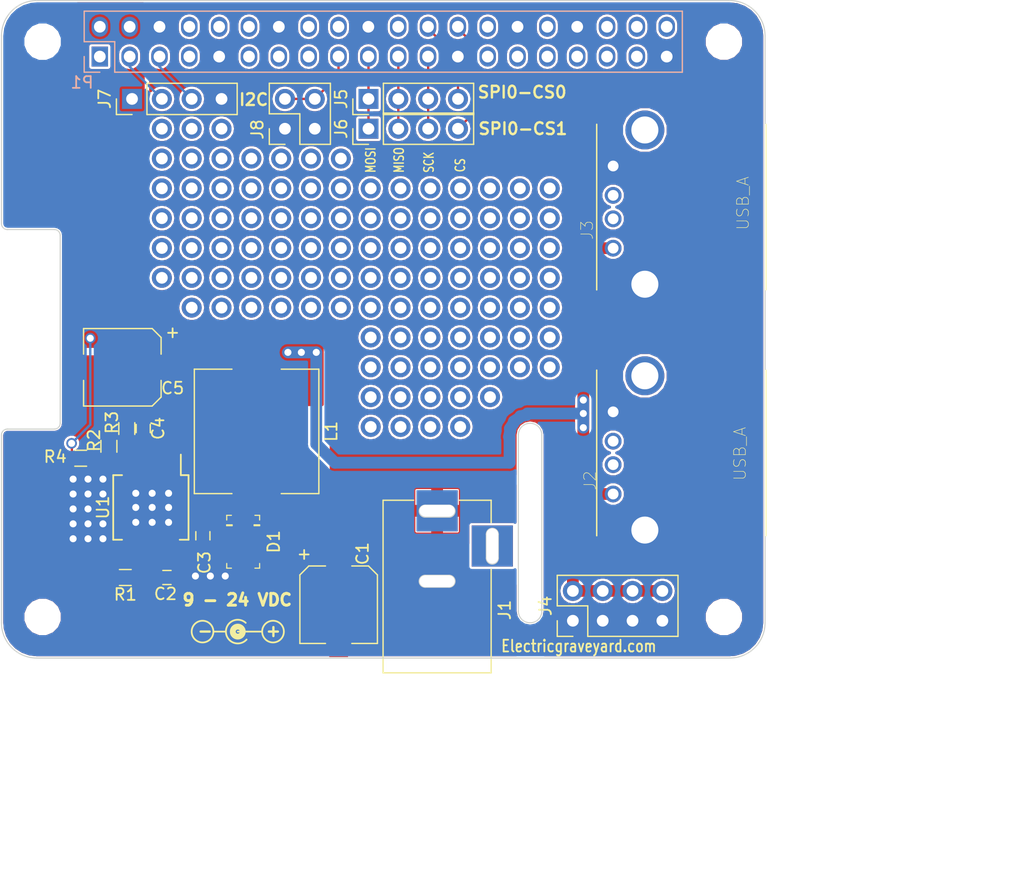
<source format=kicad_pcb>
(kicad_pcb (version 20171130) (host pcbnew "(5.0.2)-1")
  (title_block (date "15 nov 2012"))
  (layers (0 F.Cu signal) (31 B.Cu signal) (34 B.Paste user) (35 F.Paste user) (36 B.SilkS user) (37 F.SilkS user) (38 B.Mask user) (39 F.Mask user) (44 Edge.Cuts user))
  (net 0 "")
  (net 1 +3V3)
  (net 2 +5V)
  (net 3 GND)
  (net 4 /ID_SD)
  (net 5 /ID_SC)
  (net 6 /GPIO5)
  (net 7 /GPIO6)
  (net 8 /GPIO26)
  (net 9 "/GPIO2(SDA1)")
  (net 10 "/GPIO3(SCL1)")
  (net 11 "/GPIO4(GCLK)")
  (net 12 "/GPIO14(TXD0)")
  (net 13 "/GPIO15(RXD0)")
  (net 14 "/GPIO17(GEN0)")
  (net 15 "/GPIO27(GEN2)")
  (net 16 "/GPIO22(GEN3)")
  (net 17 "/GPIO23(GEN4)")
  (net 18 "/GPIO24(GEN5)")
  (net 19 "/GPIO25(GEN6)")
  (net 20 "/GPIO18(GEN1)(PWM0)")
  (net 21 "/GPIO10(SPI0_MOSI)")
  (net 22 "/GPIO9(SPI0_MISO)")
  (net 23 "/GPIO11(SPI0_SCK)")
  (net 24 "/GPIO12(PWM0)")
  (net 25 "/GPIO13(PWM1)")
  (net 26 "/GPIO19(SPI1_MISO)")
  (net 27 /GPIO16)
  (net 28 "/GPIO20(SPI1_MOSI)")
  (net 29 "/GPIO21(SPI1_SCK)")
  (net 30 "Net-(C1-Pad1)")
  (net 31 "Net-(C3-Pad1)")
  (net 32 "Net-(C3-Pad2)")
  (net 33 "Net-(C4-Pad2)")
  (net 34 "Net-(C4-Pad1)")
  (net 35 "Net-(J1-Pad3)")
  (net 36 "Net-(R1-Pad1)")
  (net 37 "Net-(R2-Pad1)")
  (net 38 VCC_EN)
  (net 39 "Net-(J2-Pad2)")
  (net 40 "Net-(J2-Pad3)")
  (net 41 "Net-(J3-Pad3)")
  (net 42 "Net-(J3-Pad2)")
  (net 43 /SPI0_CE_0)
  (net 44 /SPI0_CE_1)
  (module Wire_Pads:SolderWirePad_single_0-8mmDrill (layer F.Cu) (at 239.0525 130.315)
    (fp_text reference 0 hide)
    (fp_text value SolderWirePad_single_0-8mmDrill)
    (pad 1 thru_hole oval (at 0 0) (size 1.7 1.7) (drill 1) (layers *.Cu *.Mask))
  )
  (module Wire_Pads:SolderWirePad_single_0-8mmDrill (layer F.Cu) (at 231.4325 130.315)
    (fp_text reference 0 hide)
    (fp_text value SolderWirePad_single_0-8mmDrill)
    (pad 1 thru_hole oval (at 0 0) (size 1.7 1.7) (drill 1) (layers *.Cu *.Mask))
  )
  (module Wire_Pads:SolderWirePad_single_0-8mmDrill (layer F.Cu) (at 233.9725 130.315)
    (fp_text reference 0 hide)
    (fp_text value SolderWirePad_single_0-8mmDrill)
    (pad 1 thru_hole oval (at 0 0) (size 1.7 1.7) (drill 1) (layers *.Cu *.Mask))
  )
  (module Wire_Pads:SolderWirePad_single_0-8mmDrill (layer F.Cu) (at 236.5125 130.315)
    (fp_text reference 0 hide)
    (fp_text value SolderWirePad_single_0-8mmDrill)
    (pad 1 thru_hole oval (at 0 0) (size 1.7 1.7) (drill 1) (layers *.Cu *.Mask))
  )
  (module Wire_Pads:SolderWirePad_single_0-8mmDrill (layer F.Cu) (at 239.0525 127.775)
    (fp_text reference 0 hide)
    (fp_text value SolderWirePad_single_0-8mmDrill)
    (pad 1 thru_hole oval (at 0 0) (size 1.7 1.7) (drill 1) (layers *.Cu *.Mask))
  )
  (module Wire_Pads:SolderWirePad_single_0-8mmDrill (layer F.Cu) (at 233.9725 127.775)
    (fp_text reference 0 hide)
    (fp_text value SolderWirePad_single_0-8mmDrill)
    (pad 1 thru_hole oval (at 0 0) (size 1.7 1.7) (drill 1) (layers *.Cu *.Mask))
  )
  (module Wire_Pads:SolderWirePad_single_0-8mmDrill (layer F.Cu) (at 231.4325 127.775)
    (fp_text reference 0 hide)
    (fp_text value SolderWirePad_single_0-8mmDrill)
    (pad 1 thru_hole oval (at 0 0) (size 1.7 1.7) (drill 1) (layers *.Cu *.Mask))
  )
  (module Wire_Pads:SolderWirePad_single_0-8mmDrill (layer F.Cu) (at 236.5125 127.775)
    (fp_text reference 0 hide)
    (fp_text value SolderWirePad_single_0-8mmDrill)
    (pad 1 thru_hole oval (at 0 0) (size 1.7 1.7) (drill 1) (layers *.Cu *.Mask))
  )
  (module Wire_Pads:SolderWirePad_single_0-8mmDrill (layer F.Cu) (at 241.5925 127.775)
    (fp_text reference 0 hide)
    (fp_text value SolderWirePad_single_0-8mmDrill)
    (pad 1 thru_hole oval (at 0 0) (size 1.7 1.7) (drill 1) (layers *.Cu *.Mask))
  )
  (module Wire_Pads:SolderWirePad_single_0-8mmDrill (layer F.Cu) (at 233.9725 125.235)
    (fp_text reference 0 hide)
    (fp_text value SolderWirePad_single_0-8mmDrill)
    (pad 1 thru_hole oval (at 0 0) (size 1.7 1.7) (drill 1) (layers *.Cu *.Mask))
  )
  (module Wire_Pads:SolderWirePad_single_0-8mmDrill (layer F.Cu) (at 239.0525 125.235)
    (fp_text reference 0 hide)
    (fp_text value SolderWirePad_single_0-8mmDrill)
    (pad 1 thru_hole oval (at 0 0) (size 1.7 1.7) (drill 1) (layers *.Cu *.Mask))
  )
  (module Wire_Pads:SolderWirePad_single_0-8mmDrill (layer F.Cu) (at 233.9725 122.695)
    (fp_text reference 0 hide)
    (fp_text value SolderWirePad_single_0-8mmDrill)
    (pad 1 thru_hole oval (at 0 0) (size 1.7 1.7) (drill 1) (layers *.Cu *.Mask))
  )
  (module Wire_Pads:SolderWirePad_single_0-8mmDrill (layer F.Cu) (at 231.4325 125.235)
    (fp_text reference 0 hide)
    (fp_text value SolderWirePad_single_0-8mmDrill)
    (pad 1 thru_hole oval (at 0 0) (size 1.7 1.7) (drill 1) (layers *.Cu *.Mask))
  )
  (module Wire_Pads:SolderWirePad_single_0-8mmDrill (layer F.Cu) (at 246.6725 125.235)
    (fp_text reference 0 hide)
    (fp_text value SolderWirePad_single_0-8mmDrill)
    (pad 1 thru_hole oval (at 0 0) (size 1.7 1.7) (drill 1) (layers *.Cu *.Mask))
  )
  (module Wire_Pads:SolderWirePad_single_0-8mmDrill (layer F.Cu) (at 236.5125 125.235)
    (fp_text reference 0 hide)
    (fp_text value SolderWirePad_single_0-8mmDrill)
    (pad 1 thru_hole oval (at 0 0) (size 1.7 1.7) (drill 1) (layers *.Cu *.Mask))
  )
  (module Wire_Pads:SolderWirePad_single_0-8mmDrill (layer F.Cu) (at 244.1325 125.235)
    (fp_text reference 0 hide)
    (fp_text value SolderWirePad_single_0-8mmDrill)
    (pad 1 thru_hole oval (at 0 0) (size 1.7 1.7) (drill 1) (layers *.Cu *.Mask))
  )
  (module Wire_Pads:SolderWirePad_single_0-8mmDrill (layer F.Cu) (at 241.5925 125.235)
    (fp_text reference 0 hide)
    (fp_text value SolderWirePad_single_0-8mmDrill)
    (pad 1 thru_hole oval (at 0 0) (size 1.7 1.7) (drill 1) (layers *.Cu *.Mask))
  )
  (module Wire_Pads:SolderWirePad_single_0-8mmDrill (layer F.Cu) (at 239.0525 122.695)
    (fp_text reference 0 hide)
    (fp_text value SolderWirePad_single_0-8mmDrill)
    (pad 1 thru_hole oval (at 0 0) (size 1.7 1.7) (drill 1) (layers *.Cu *.Mask))
  )
  (module Wire_Pads:SolderWirePad_single_0-8mmDrill (layer F.Cu) (at 246.6725 122.695)
    (fp_text reference 0 hide)
    (fp_text value SolderWirePad_single_0-8mmDrill)
    (pad 1 thru_hole oval (at 0 0) (size 1.7 1.7) (drill 1) (layers *.Cu *.Mask))
  )
  (module Wire_Pads:SolderWirePad_single_0-8mmDrill (layer F.Cu) (at 236.5125 122.695)
    (fp_text reference 0 hide)
    (fp_text value SolderWirePad_single_0-8mmDrill)
    (pad 1 thru_hole oval (at 0 0) (size 1.7 1.7) (drill 1) (layers *.Cu *.Mask))
  )
  (module Wire_Pads:SolderWirePad_single_0-8mmDrill (layer F.Cu) (at 231.4325 122.695)
    (fp_text reference 0 hide)
    (fp_text value SolderWirePad_single_0-8mmDrill)
    (pad 1 thru_hole oval (at 0 0) (size 1.7 1.7) (drill 1) (layers *.Cu *.Mask))
  )
  (module Wire_Pads:SolderWirePad_single_0-8mmDrill (layer F.Cu) (at 241.5925 122.695)
    (fp_text reference 0 hide)
    (fp_text value SolderWirePad_single_0-8mmDrill)
    (pad 1 thru_hole oval (at 0 0) (size 1.7 1.7) (drill 1) (layers *.Cu *.Mask))
  )
  (module Wire_Pads:SolderWirePad_single_0-8mmDrill (layer F.Cu) (at 244.1325 122.695)
    (fp_text reference 0 hide)
    (fp_text value SolderWirePad_single_0-8mmDrill)
    (pad 1 thru_hole oval (at 0 0) (size 1.7 1.7) (drill 1) (layers *.Cu *.Mask))
  )
  (module Wire_Pads:SolderWirePad_single_0-8mmDrill (layer F.Cu) (at 233.9725 120.155)
    (fp_text reference 0 hide)
    (fp_text value SolderWirePad_single_0-8mmDrill)
    (pad 1 thru_hole oval (at 0 0) (size 1.7 1.7) (drill 1) (layers *.Cu *.Mask))
  )
  (module Wire_Pads:SolderWirePad_single_0-8mmDrill (layer F.Cu) (at 218.7325 120.155)
    (fp_text reference 0 hide)
    (fp_text value SolderWirePad_single_0-8mmDrill)
    (pad 1 thru_hole oval (at 0 0) (size 1.7 1.7) (drill 1) (layers *.Cu *.Mask))
  )
  (module Wire_Pads:SolderWirePad_single_0-8mmDrill (layer F.Cu) (at 239.0525 120.155)
    (fp_text reference 0 hide)
    (fp_text value SolderWirePad_single_0-8mmDrill)
    (pad 1 thru_hole oval (at 0 0) (size 1.7 1.7) (drill 1) (layers *.Cu *.Mask))
  )
  (module Wire_Pads:SolderWirePad_single_0-8mmDrill (layer F.Cu) (at 223.8125 120.155)
    (fp_text reference 0 hide)
    (fp_text value SolderWirePad_single_0-8mmDrill)
    (pad 1 thru_hole oval (at 0 0) (size 1.7 1.7) (drill 1) (layers *.Cu *.Mask))
  )
  (module Wire_Pads:SolderWirePad_single_0-8mmDrill (layer F.Cu) (at 221.2725 120.155)
    (fp_text reference 0 hide)
    (fp_text value SolderWirePad_single_0-8mmDrill)
    (pad 1 thru_hole oval (at 0 0) (size 1.7 1.7) (drill 1) (layers *.Cu *.Mask))
  )
  (module Wire_Pads:SolderWirePad_single_0-8mmDrill (layer F.Cu) (at 246.6725 120.155)
    (fp_text reference 0 hide)
    (fp_text value SolderWirePad_single_0-8mmDrill)
    (pad 1 thru_hole oval (at 0 0) (size 1.7 1.7) (drill 1) (layers *.Cu *.Mask))
  )
  (module Wire_Pads:SolderWirePad_single_0-8mmDrill (layer F.Cu) (at 228.8925 120.155)
    (fp_text reference 0 hide)
    (fp_text value SolderWirePad_single_0-8mmDrill)
    (pad 1 thru_hole oval (at 0 0) (size 1.7 1.7) (drill 1) (layers *.Cu *.Mask))
  )
  (module Wire_Pads:SolderWirePad_single_0-8mmDrill (layer F.Cu) (at 236.5125 120.155)
    (fp_text reference 0 hide)
    (fp_text value SolderWirePad_single_0-8mmDrill)
    (pad 1 thru_hole oval (at 0 0) (size 1.7 1.7) (drill 1) (layers *.Cu *.Mask))
  )
  (module Wire_Pads:SolderWirePad_single_0-8mmDrill (layer F.Cu) (at 231.4325 120.155)
    (fp_text reference 0 hide)
    (fp_text value SolderWirePad_single_0-8mmDrill)
    (pad 1 thru_hole oval (at 0 0) (size 1.7 1.7) (drill 1) (layers *.Cu *.Mask))
  )
  (module Wire_Pads:SolderWirePad_single_0-8mmDrill (layer F.Cu) (at 241.5925 120.155)
    (fp_text reference 0 hide)
    (fp_text value SolderWirePad_single_0-8mmDrill)
    (pad 1 thru_hole oval (at 0 0) (size 1.7 1.7) (drill 1) (layers *.Cu *.Mask))
  )
  (module Wire_Pads:SolderWirePad_single_0-8mmDrill (layer F.Cu) (at 244.1325 120.155)
    (fp_text reference 0 hide)
    (fp_text value SolderWirePad_single_0-8mmDrill)
    (pad 1 thru_hole oval (at 0 0) (size 1.7 1.7) (drill 1) (layers *.Cu *.Mask))
  )
  (module Wire_Pads:SolderWirePad_single_0-8mmDrill (layer F.Cu) (at 216.1925 120.155)
    (fp_text reference 0 hide)
    (fp_text value SolderWirePad_single_0-8mmDrill)
    (pad 1 thru_hole oval (at 0 0) (size 1.7 1.7) (drill 1) (layers *.Cu *.Mask))
  )
  (module Wire_Pads:SolderWirePad_single_0-8mmDrill (layer F.Cu) (at 226.3525 120.155)
    (fp_text reference 0 hide)
    (fp_text value SolderWirePad_single_0-8mmDrill)
    (pad 1 thru_hole oval (at 0 0) (size 1.7 1.7) (drill 1) (layers *.Cu *.Mask))
  )
  (module Wire_Pads:SolderWirePad_single_0-8mmDrill (layer F.Cu) (at 221.2725 117.615)
    (fp_text reference 0 hide)
    (fp_text value SolderWirePad_single_0-8mmDrill)
    (pad 1 thru_hole oval (at 0 0) (size 1.7 1.7) (drill 1) (layers *.Cu *.Mask))
  )
  (module Wire_Pads:SolderWirePad_single_0-8mmDrill (layer F.Cu) (at 239.0525 117.615)
    (fp_text reference 0 hide)
    (fp_text value SolderWirePad_single_0-8mmDrill)
    (pad 1 thru_hole oval (at 0 0) (size 1.7 1.7) (drill 1) (layers *.Cu *.Mask))
  )
  (module Wire_Pads:SolderWirePad_single_0-8mmDrill (layer F.Cu) (at 246.6725 117.615)
    (fp_text reference 0 hide)
    (fp_text value SolderWirePad_single_0-8mmDrill)
    (pad 1 thru_hole oval (at 0 0) (size 1.7 1.7) (drill 1) (layers *.Cu *.Mask))
  )
  (module Wire_Pads:SolderWirePad_single_0-8mmDrill (layer F.Cu) (at 244.1325 117.615)
    (fp_text reference 0 hide)
    (fp_text value SolderWirePad_single_0-8mmDrill)
    (pad 1 thru_hole oval (at 0 0) (size 1.7 1.7) (drill 1) (layers *.Cu *.Mask))
  )
  (module Wire_Pads:SolderWirePad_single_0-8mmDrill (layer F.Cu) (at 241.5925 117.615)
    (fp_text reference 0 hide)
    (fp_text value SolderWirePad_single_0-8mmDrill)
    (pad 1 thru_hole oval (at 0 0) (size 1.7 1.7) (drill 1) (layers *.Cu *.Mask))
  )
  (module Wire_Pads:SolderWirePad_single_0-8mmDrill (layer F.Cu) (at 236.5125 117.615)
    (fp_text reference 0 hide)
    (fp_text value SolderWirePad_single_0-8mmDrill)
    (pad 1 thru_hole oval (at 0 0) (size 1.7 1.7) (drill 1) (layers *.Cu *.Mask))
  )
  (module Wire_Pads:SolderWirePad_single_0-8mmDrill (layer F.Cu) (at 213.6525 117.615)
    (fp_text reference 0 hide)
    (fp_text value SolderWirePad_single_0-8mmDrill)
    (pad 1 thru_hole oval (at 0 0) (size 1.7 1.7) (drill 1) (layers *.Cu *.Mask))
  )
  (module Wire_Pads:SolderWirePad_single_0-8mmDrill (layer F.Cu) (at 228.8925 117.615)
    (fp_text reference 0 hide)
    (fp_text value SolderWirePad_single_0-8mmDrill)
    (pad 1 thru_hole oval (at 0 0) (size 1.7 1.7) (drill 1) (layers *.Cu *.Mask))
  )
  (module Wire_Pads:SolderWirePad_single_0-8mmDrill (layer F.Cu) (at 223.8125 117.615)
    (fp_text reference 0 hide)
    (fp_text value SolderWirePad_single_0-8mmDrill)
    (pad 1 thru_hole oval (at 0 0) (size 1.7 1.7) (drill 1) (layers *.Cu *.Mask))
  )
  (module Wire_Pads:SolderWirePad_single_0-8mmDrill (layer F.Cu) (at 218.7325 117.615)
    (fp_text reference 0 hide)
    (fp_text value SolderWirePad_single_0-8mmDrill)
    (pad 1 thru_hole oval (at 0 0) (size 1.7 1.7) (drill 1) (layers *.Cu *.Mask))
  )
  (module Wire_Pads:SolderWirePad_single_0-8mmDrill (layer F.Cu) (at 246.6725 115.075)
    (fp_text reference 0 hide)
    (fp_text value SolderWirePad_single_0-8mmDrill)
    (pad 1 thru_hole oval (at 0 0) (size 1.7 1.7) (drill 1) (layers *.Cu *.Mask))
  )
  (module Wire_Pads:SolderWirePad_single_0-8mmDrill (layer F.Cu) (at 216.1925 117.615)
    (fp_text reference 0 hide)
    (fp_text value SolderWirePad_single_0-8mmDrill)
    (pad 1 thru_hole oval (at 0 0) (size 1.7 1.7) (drill 1) (layers *.Cu *.Mask))
  )
  (module Wire_Pads:SolderWirePad_single_0-8mmDrill (layer F.Cu) (at 231.4325 117.615)
    (fp_text reference 0 hide)
    (fp_text value SolderWirePad_single_0-8mmDrill)
    (pad 1 thru_hole oval (at 0 0) (size 1.7 1.7) (drill 1) (layers *.Cu *.Mask))
  )
  (module Wire_Pads:SolderWirePad_single_0-8mmDrill (layer F.Cu) (at 233.9725 117.615)
    (fp_text reference 0 hide)
    (fp_text value SolderWirePad_single_0-8mmDrill)
    (pad 1 thru_hole oval (at 0 0) (size 1.7 1.7) (drill 1) (layers *.Cu *.Mask))
  )
  (module Wire_Pads:SolderWirePad_single_0-8mmDrill (layer F.Cu) (at 239.0525 115.075)
    (fp_text reference 0 hide)
    (fp_text value SolderWirePad_single_0-8mmDrill)
    (pad 1 thru_hole oval (at 0 0) (size 1.7 1.7) (drill 1) (layers *.Cu *.Mask))
  )
  (module Wire_Pads:SolderWirePad_single_0-8mmDrill (layer F.Cu) (at 244.1325 115.075)
    (fp_text reference 0 hide)
    (fp_text value SolderWirePad_single_0-8mmDrill)
    (pad 1 thru_hole oval (at 0 0) (size 1.7 1.7) (drill 1) (layers *.Cu *.Mask))
  )
  (module Wire_Pads:SolderWirePad_single_0-8mmDrill (layer F.Cu) (at 241.5925 115.075)
    (fp_text reference 0 hide)
    (fp_text value SolderWirePad_single_0-8mmDrill)
    (pad 1 thru_hole oval (at 0 0) (size 1.7 1.7) (drill 1) (layers *.Cu *.Mask))
  )
  (module Wire_Pads:SolderWirePad_single_0-8mmDrill (layer F.Cu) (at 236.5125 115.075)
    (fp_text reference 0 hide)
    (fp_text value SolderWirePad_single_0-8mmDrill)
    (pad 1 thru_hole oval (at 0 0) (size 1.7 1.7) (drill 1) (layers *.Cu *.Mask))
  )
  (module Wire_Pads:SolderWirePad_single_0-8mmDrill (layer F.Cu) (at 221.2725 115.075)
    (fp_text reference 0 hide)
    (fp_text value SolderWirePad_single_0-8mmDrill)
    (pad 1 thru_hole oval (at 0 0) (size 1.7 1.7) (drill 1) (layers *.Cu *.Mask))
  )
  (module Wire_Pads:SolderWirePad_single_0-8mmDrill (layer F.Cu) (at 213.6525 115.075)
    (fp_text reference 0 hide)
    (fp_text value SolderWirePad_single_0-8mmDrill)
    (pad 1 thru_hole oval (at 0 0) (size 1.7 1.7) (drill 1) (layers *.Cu *.Mask))
  )
  (module Wire_Pads:SolderWirePad_single_0-8mmDrill (layer F.Cu) (at 228.8925 115.075)
    (fp_text reference 0 hide)
    (fp_text value SolderWirePad_single_0-8mmDrill)
    (pad 1 thru_hole oval (at 0 0) (size 1.7 1.7) (drill 1) (layers *.Cu *.Mask))
  )
  (module Wire_Pads:SolderWirePad_single_0-8mmDrill (layer F.Cu) (at 226.3525 115.075)
    (fp_text reference 0 hide)
    (fp_text value SolderWirePad_single_0-8mmDrill)
    (pad 1 thru_hole oval (at 0 0) (size 1.7 1.7) (drill 1) (layers *.Cu *.Mask))
  )
  (module Wire_Pads:SolderWirePad_single_0-8mmDrill (layer F.Cu) (at 223.8125 115.075)
    (fp_text reference 0 hide)
    (fp_text value SolderWirePad_single_0-8mmDrill)
    (pad 1 thru_hole oval (at 0 0) (size 1.7 1.7) (drill 1) (layers *.Cu *.Mask))
  )
  (module Wire_Pads:SolderWirePad_single_0-8mmDrill (layer F.Cu) (at 218.7325 115.075)
    (fp_text reference 0 hide)
    (fp_text value SolderWirePad_single_0-8mmDrill)
    (pad 1 thru_hole oval (at 0 0) (size 1.7 1.7) (drill 1) (layers *.Cu *.Mask))
  )
  (module Wire_Pads:SolderWirePad_single_0-8mmDrill (layer F.Cu) (at 216.1925 115.075)
    (fp_text reference 0 hide)
    (fp_text value SolderWirePad_single_0-8mmDrill)
    (pad 1 thru_hole oval (at 0 0) (size 1.7 1.7) (drill 1) (layers *.Cu *.Mask))
  )
  (module Wire_Pads:SolderWirePad_single_0-8mmDrill (layer F.Cu) (at 226.3525 117.615)
    (fp_text reference 0 hide)
    (fp_text value SolderWirePad_single_0-8mmDrill)
    (pad 1 thru_hole oval (at 0 0) (size 1.7 1.7) (drill 1) (layers *.Cu *.Mask))
  )
  (module Wire_Pads:SolderWirePad_single_0-8mmDrill (layer F.Cu) (at 231.4325 115.075)
    (fp_text reference 0 hide)
    (fp_text value SolderWirePad_single_0-8mmDrill)
    (pad 1 thru_hole oval (at 0 0) (size 1.7 1.7) (drill 1) (layers *.Cu *.Mask))
  )
  (module Wire_Pads:SolderWirePad_single_0-8mmDrill (layer F.Cu) (at 233.9725 115.075)
    (fp_text reference 0 hide)
    (fp_text value SolderWirePad_single_0-8mmDrill)
    (pad 1 thru_hole oval (at 0 0) (size 1.7 1.7) (drill 1) (layers *.Cu *.Mask))
  )
  (module Wire_Pads:SolderWirePad_single_0-8mmDrill (layer F.Cu) (at 246.6725 112.535)
    (fp_text reference 0 hide)
    (fp_text value SolderWirePad_single_0-8mmDrill)
    (pad 1 thru_hole oval (at 0 0) (size 1.7 1.7) (drill 1) (layers *.Cu *.Mask))
  )
  (module Wire_Pads:SolderWirePad_single_0-8mmDrill (layer F.Cu) (at 239.0525 112.535)
    (fp_text reference 0 hide)
    (fp_text value SolderWirePad_single_0-8mmDrill)
    (pad 1 thru_hole oval (at 0 0) (size 1.7 1.7) (drill 1) (layers *.Cu *.Mask))
  )
  (module Wire_Pads:SolderWirePad_single_0-8mmDrill (layer F.Cu) (at 244.1325 112.535)
    (fp_text reference 0 hide)
    (fp_text value SolderWirePad_single_0-8mmDrill)
    (pad 1 thru_hole oval (at 0 0) (size 1.7 1.7) (drill 1) (layers *.Cu *.Mask))
  )
  (module Wire_Pads:SolderWirePad_single_0-8mmDrill (layer F.Cu) (at 241.5925 112.535)
    (fp_text reference 0 hide)
    (fp_text value SolderWirePad_single_0-8mmDrill)
    (pad 1 thru_hole oval (at 0 0) (size 1.7 1.7) (drill 1) (layers *.Cu *.Mask))
  )
  (module Wire_Pads:SolderWirePad_single_0-8mmDrill (layer F.Cu) (at 236.5125 112.535)
    (fp_text reference 0 hide)
    (fp_text value SolderWirePad_single_0-8mmDrill)
    (pad 1 thru_hole oval (at 0 0) (size 1.7 1.7) (drill 1) (layers *.Cu *.Mask))
  )
  (module Wire_Pads:SolderWirePad_single_0-8mmDrill (layer F.Cu) (at 221.2725 112.535)
    (fp_text reference 0 hide)
    (fp_text value SolderWirePad_single_0-8mmDrill)
    (pad 1 thru_hole oval (at 0 0) (size 1.7 1.7) (drill 1) (layers *.Cu *.Mask))
  )
  (module Wire_Pads:SolderWirePad_single_0-8mmDrill (layer F.Cu) (at 213.6525 112.535)
    (fp_text reference 0 hide)
    (fp_text value SolderWirePad_single_0-8mmDrill)
    (pad 1 thru_hole oval (at 0 0) (size 1.7 1.7) (drill 1) (layers *.Cu *.Mask))
  )
  (module Wire_Pads:SolderWirePad_single_0-8mmDrill (layer F.Cu) (at 228.8925 112.535)
    (fp_text reference 0 hide)
    (fp_text value SolderWirePad_single_0-8mmDrill)
    (pad 1 thru_hole oval (at 0 0) (size 1.7 1.7) (drill 1) (layers *.Cu *.Mask))
  )
  (module Wire_Pads:SolderWirePad_single_0-8mmDrill (layer F.Cu) (at 226.3525 112.535)
    (fp_text reference 0 hide)
    (fp_text value SolderWirePad_single_0-8mmDrill)
    (pad 1 thru_hole oval (at 0 0) (size 1.7 1.7) (drill 1) (layers *.Cu *.Mask))
  )
  (module Wire_Pads:SolderWirePad_single_0-8mmDrill (layer F.Cu) (at 223.8125 112.535)
    (fp_text reference 0 hide)
    (fp_text value SolderWirePad_single_0-8mmDrill)
    (pad 1 thru_hole oval (at 0 0) (size 1.7 1.7) (drill 1) (layers *.Cu *.Mask))
  )
  (module Wire_Pads:SolderWirePad_single_0-8mmDrill (layer F.Cu) (at 218.7325 112.535)
    (fp_text reference 0 hide)
    (fp_text value SolderWirePad_single_0-8mmDrill)
    (pad 1 thru_hole oval (at 0 0) (size 1.7 1.7) (drill 1) (layers *.Cu *.Mask))
  )
  (module Wire_Pads:SolderWirePad_single_0-8mmDrill (layer F.Cu) (at 216.1925 112.535)
    (fp_text reference 0 hide)
    (fp_text value SolderWirePad_single_0-8mmDrill)
    (pad 1 thru_hole oval (at 0 0) (size 1.7 1.7) (drill 1) (layers *.Cu *.Mask))
  )
  (module Wire_Pads:SolderWirePad_single_0-8mmDrill (layer F.Cu) (at 231.4325 112.535)
    (fp_text reference 0 hide)
    (fp_text value SolderWirePad_single_0-8mmDrill)
    (pad 1 thru_hole oval (at 0 0) (size 1.7 1.7) (drill 1) (layers *.Cu *.Mask))
  )
  (module Wire_Pads:SolderWirePad_single_0-8mmDrill (layer F.Cu) (at 233.9725 112.535)
    (fp_text reference 0 hide)
    (fp_text value SolderWirePad_single_0-8mmDrill)
    (pad 1 thru_hole oval (at 0 0) (size 1.7 1.7) (drill 1) (layers *.Cu *.Mask))
  )
  (module Wire_Pads:SolderWirePad_single_0-8mmDrill (layer F.Cu) (at 239.0525 109.995)
    (fp_text reference 0 hide)
    (fp_text value SolderWirePad_single_0-8mmDrill)
    (pad 1 thru_hole oval (at 0 0) (size 1.7 1.7) (drill 1) (layers *.Cu *.Mask))
  )
  (module Wire_Pads:SolderWirePad_single_0-8mmDrill (layer F.Cu) (at 231.4325 109.995)
    (fp_text reference 0 hide)
    (fp_text value SolderWirePad_single_0-8mmDrill)
    (pad 1 thru_hole oval (at 0 0) (size 1.7 1.7) (drill 1) (layers *.Cu *.Mask))
  )
  (module Wire_Pads:SolderWirePad_single_0-8mmDrill (layer F.Cu) (at 246.6725 109.995)
    (fp_text reference 0 hide)
    (fp_text value SolderWirePad_single_0-8mmDrill)
    (pad 1 thru_hole oval (at 0 0) (size 1.7 1.7) (drill 1) (layers *.Cu *.Mask))
  )
  (module Wire_Pads:SolderWirePad_single_0-8mmDrill (layer F.Cu) (at 244.1325 109.995)
    (fp_text reference 0 hide)
    (fp_text value SolderWirePad_single_0-8mmDrill)
    (pad 1 thru_hole oval (at 0 0) (size 1.7 1.7) (drill 1) (layers *.Cu *.Mask))
  )
  (module Wire_Pads:SolderWirePad_single_0-8mmDrill (layer F.Cu) (at 241.5925 109.995)
    (fp_text reference 0 hide)
    (fp_text value SolderWirePad_single_0-8mmDrill)
    (pad 1 thru_hole oval (at 0 0) (size 1.7 1.7) (drill 1) (layers *.Cu *.Mask))
  )
  (module Wire_Pads:SolderWirePad_single_0-8mmDrill (layer F.Cu) (at 236.5125 109.995)
    (fp_text reference 0 hide)
    (fp_text value SolderWirePad_single_0-8mmDrill)
    (pad 1 thru_hole oval (at 0 0) (size 1.7 1.7) (drill 1) (layers *.Cu *.Mask))
  )
  (module Wire_Pads:SolderWirePad_single_0-8mmDrill (layer F.Cu) (at 233.9725 109.995)
    (fp_text reference 0 hide)
    (fp_text value SolderWirePad_single_0-8mmDrill)
    (pad 1 thru_hole oval (at 0 0) (size 1.7 1.7) (drill 1) (layers *.Cu *.Mask))
  )
  (module Wire_Pads:SolderWirePad_single_0-8mmDrill (layer F.Cu) (at 223.8125 109.995)
    (fp_text reference 0 hide)
    (fp_text value SolderWirePad_single_0-8mmDrill)
    (pad 1 thru_hole oval (at 0 0) (size 1.7 1.7) (drill 1) (layers *.Cu *.Mask))
  )
  (module Wire_Pads:SolderWirePad_single_0-8mmDrill (layer F.Cu) (at 213.6525 109.995)
    (fp_text reference 0 hide)
    (fp_text value SolderWirePad_single_0-8mmDrill)
    (pad 1 thru_hole oval (at 0 0) (size 1.7 1.7) (drill 1) (layers *.Cu *.Mask))
  )
  (module Wire_Pads:SolderWirePad_single_0-8mmDrill (layer F.Cu) (at 221.2725 109.995)
    (fp_text reference 0 hide)
    (fp_text value SolderWirePad_single_0-8mmDrill)
    (pad 1 thru_hole oval (at 0 0) (size 1.7 1.7) (drill 1) (layers *.Cu *.Mask))
  )
  (module Wire_Pads:SolderWirePad_single_0-8mmDrill (layer F.Cu) (at 218.7325 109.995)
    (fp_text reference 0 hide)
    (fp_text value SolderWirePad_single_0-8mmDrill)
    (pad 1 thru_hole oval (at 0 0) (size 1.7 1.7) (drill 1) (layers *.Cu *.Mask))
  )
  (module Wire_Pads:SolderWirePad_single_0-8mmDrill (layer F.Cu) (at 216.1925 109.995)
    (fp_text reference 0 hide)
    (fp_text value SolderWirePad_single_0-8mmDrill)
    (pad 1 thru_hole oval (at 0 0) (size 1.7 1.7) (drill 1) (layers *.Cu *.Mask))
  )
  (module Wire_Pads:SolderWirePad_single_0-8mmDrill (layer F.Cu) (at 228.8925 109.995)
    (fp_text reference 0 hide)
    (fp_text value SolderWirePad_single_0-8mmDrill)
    (pad 1 thru_hole oval (at 0 0) (size 1.7 1.7) (drill 1) (layers *.Cu *.Mask))
  )
  (module Wire_Pads:SolderWirePad_single_0-8mmDrill (layer F.Cu) (at 226.3525 109.995)
    (fp_text reference 0 hide)
    (fp_text value SolderWirePad_single_0-8mmDrill)
    (pad 1 thru_hole oval (at 0 0) (size 1.7 1.7) (drill 1) (layers *.Cu *.Mask))
  )
  (module Wire_Pads:SolderWirePad_single_0-8mmDrill (layer F.Cu) (at 228.8925 107.455)
    (fp_text reference 0 hide)
    (fp_text value SolderWirePad_single_0-8mmDrill)
    (pad 1 thru_hole oval (at 0 0) (size 1.7 1.7) (drill 1) (layers *.Cu *.Mask))
  )
  (module Wire_Pads:SolderWirePad_single_0-8mmDrill (layer F.Cu) (at 221.2725 107.455)
    (fp_text reference 0 hide)
    (fp_text value SolderWirePad_single_0-8mmDrill)
    (pad 1 thru_hole oval (at 0 0) (size 1.7 1.7) (drill 1) (layers *.Cu *.Mask))
  )
  (module Wire_Pads:SolderWirePad_single_0-8mmDrill (layer F.Cu) (at 226.3525 107.455)
    (fp_text reference 0 hide)
    (fp_text value SolderWirePad_single_0-8mmDrill)
    (pad 1 thru_hole oval (at 0 0) (size 1.7 1.7) (drill 1) (layers *.Cu *.Mask))
  )
  (module Wire_Pads:SolderWirePad_single_0-8mmDrill (layer F.Cu) (at 223.8125 107.455)
    (fp_text reference 0 hide)
    (fp_text value SolderWirePad_single_0-8mmDrill)
    (pad 1 thru_hole oval (at 0 0) (size 1.7 1.7) (drill 1) (layers *.Cu *.Mask))
  )
  (module Wire_Pads:SolderWirePad_single_0-8mmDrill (layer F.Cu) (at 218.7325 107.455)
    (fp_text reference 0 hide)
    (fp_text value SolderWirePad_single_0-8mmDrill)
    (pad 1 thru_hole oval (at 0 0) (size 1.7 1.7) (drill 1) (layers *.Cu *.Mask))
  )
  (module Wire_Pads:SolderWirePad_single_0-8mmDrill (layer F.Cu) (at 216.1925 107.455)
    (fp_text reference 0 hide)
    (fp_text value SolderWirePad_single_0-8mmDrill)
    (pad 1 thru_hole oval (at 0 0) (size 1.7 1.7) (drill 1) (layers *.Cu *.Mask))
  )
  (module Wire_Pads:SolderWirePad_single_0-8mmDrill (layer F.Cu) (at 213.6525 107.455)
    (fp_text reference 0 hide)
    (fp_text value SolderWirePad_single_0-8mmDrill)
    (pad 1 thru_hole oval (at 0 0) (size 1.7 1.7) (drill 1) (layers *.Cu *.Mask))
  )
  (module Wire_Pads:SolderWirePad_single_0-8mmDrill (layer F.Cu) (at 218.7325 104.915)
    (fp_text reference 0 hide)
    (fp_text value SolderWirePad_single_0-8mmDrill)
    (pad 1 thru_hole oval (at 0 0) (size 1.7 1.7) (drill 1) (layers *.Cu *.Mask))
  )
  (module Wire_Pads:SolderWirePad_single_0-8mmDrill (layer F.Cu) (at 216.1925 104.915)
    (fp_text reference 0 hide)
    (fp_text value SolderWirePad_single_0-8mmDrill)
    (pad 1 thru_hole oval (at 0 0) (size 1.7 1.7) (drill 1) (layers *.Cu *.Mask))
  )
  (module Connector_PinSocket_2.54mm:PinSocket_2x20_P2.54mm_Vertical (layer B.Cu) (at 208.37 98.77 270)
    (fp_text reference P1 (at 2.208 1.512) (layer B.SilkS) (effects (justify mirror)))
    (fp_text value Conn_02x20_Odd_Even)
    (pad 1 thru_hole rect (at 0 0 270) (size 1.7 1.4) (drill 1) (layers *.Cu *.Mask) (net 1 +3V3))
    (pad 2 thru_hole oval (at -2.54 0 270) (size 1.7 1.4) (drill 1) (layers *.Cu *.Mask) (net 2 +5V))
    (pad 3 thru_hole oval (at 0 -2.54 270) (size 1.7 1.4) (drill 1) (layers *.Cu *.Mask) (net 9 "/GPIO2(SDA1)"))
    (pad 4 thru_hole oval (at -2.54 -2.54 270) (size 1.7 1.4) (drill 1) (layers *.Cu *.Mask) (net 2 +5V))
    (pad 5 thru_hole oval (at 0 -5.08 270) (size 1.7 1.4) (drill 1) (layers *.Cu *.Mask) (net 10 "/GPIO3(SCL1)"))
    (pad 6 thru_hole oval (at -2.54 -5.08 270) (size 1.7 1.4) (drill 1) (layers *.Cu *.Mask) (net 3 GND))
    (pad 7 thru_hole oval (at 0 -7.62 270) (size 1.7 1.4) (drill 1) (layers *.Cu *.Mask) (net 11 "/GPIO4(GCLK)"))
    (pad 8 thru_hole oval (at -2.54 -7.62 270) (size 1.7 1.4) (drill 1) (layers *.Cu *.Mask) (net 12 "/GPIO14(TXD0)"))
    (pad 9 thru_hole oval (at 0 -10.16 270) (size 1.7 1.4) (drill 1) (layers *.Cu *.Mask) (net 3 GND))
    (pad 10 thru_hole oval (at -2.54 -10.16 270) (size 1.7 1.4) (drill 1) (layers *.Cu *.Mask) (net 13 "/GPIO15(RXD0)"))
    (pad 11 thru_hole oval (at 0 -12.7 270) (size 1.7 1.4) (drill 1) (layers *.Cu *.Mask) (net 14 "/GPIO17(GEN0)"))
    (pad 12 thru_hole oval (at -2.54 -12.7 270) (size 1.7 1.4) (drill 1) (layers *.Cu *.Mask) (net 20 "/GPIO18(GEN1)(PWM0)"))
    (pad 13 thru_hole oval (at 0 -15.24 270) (size 1.7 1.4) (drill 1) (layers *.Cu *.Mask) (net 15 "/GPIO27(GEN2)"))
    (pad 14 thru_hole oval (at -2.54 -15.24 270) (size 1.7 1.4) (drill 1) (layers *.Cu *.Mask) (net 3 GND))
    (pad 15 thru_hole oval (at 0 -17.78 270) (size 1.7 1.4) (drill 1) (layers *.Cu *.Mask) (net 16 "/GPIO22(GEN3)"))
    (pad 16 thru_hole oval (at -2.54 -17.78 270) (size 1.7 1.4) (drill 1) (layers *.Cu *.Mask) (net 17 "/GPIO23(GEN4)"))
    (pad 17 thru_hole oval (at 0 -20.32 270) (size 1.7 1.4) (drill 1) (layers *.Cu *.Mask) (net 1 +3V3))
    (pad 18 thru_hole oval (at -2.54 -20.32 270) (size 1.7 1.4) (drill 1) (layers *.Cu *.Mask) (net 18 "/GPIO24(GEN5)"))
    (pad 19 thru_hole oval (at 0 -22.86 270) (size 1.7 1.4) (drill 1) (layers *.Cu *.Mask) (net 21 "/GPIO10(SPI0_MOSI)"))
    (pad 20 thru_hole oval (at -2.54 -22.86 270) (size 1.7 1.4) (drill 1) (layers *.Cu *.Mask) (net 3 GND))
    (pad 21 thru_hole oval (at 0 -25.4 270) (size 1.7 1.4) (drill 1) (layers *.Cu *.Mask) (net 22 "/GPIO9(SPI0_MISO)"))
    (pad 22 thru_hole oval (at -2.54 -25.4 270) (size 1.7 1.4) (drill 1) (layers *.Cu *.Mask) (net 19 "/GPIO25(GEN6)"))
    (pad 23 thru_hole oval (at 0 -27.94 270) (size 1.7 1.4) (drill 1) (layers *.Cu *.Mask) (net 23 "/GPIO11(SPI0_SCK)"))
    (pad 24 thru_hole oval (at -2.54 -27.94 270) (size 1.7 1.4) (drill 1) (layers *.Cu *.Mask) (net 43 /SPI0_CE_0))
    (pad 25 thru_hole oval (at 0 -30.48 270) (size 1.7 1.4) (drill 1) (layers *.Cu *.Mask) (net 3 GND))
    (pad 26 thru_hole oval (at -2.54 -30.48 270) (size 1.7 1.4) (drill 1) (layers *.Cu *.Mask) (net 44 /SPI0_CE_1))
    (pad 27 thru_hole oval (at 0 -33.02 270) (size 1.7 1.4) (drill 1) (layers *.Cu *.Mask) (net 4 /ID_SD))
    (pad 28 thru_hole oval (at -2.54 -33.02 270) (size 1.7 1.4) (drill 1) (layers *.Cu *.Mask) (net 5 /ID_SC))
    (pad 29 thru_hole oval (at 0 -35.56 270) (size 1.7 1.4) (drill 1) (layers *.Cu *.Mask) (net 6 /GPIO5))
    (pad 30 thru_hole oval (at -2.54 -35.56 270) (size 1.7 1.4) (drill 1) (layers *.Cu *.Mask) (net 3 GND))
    (pad 31 thru_hole oval (at 0 -38.1 270) (size 1.7 1.4) (drill 1) (layers *.Cu *.Mask) (net 7 /GPIO6))
    (pad 32 thru_hole oval (at -2.54 -38.1 270) (size 1.7 1.4) (drill 1) (layers *.Cu *.Mask) (net 24 "/GPIO12(PWM0)"))
    (pad 33 thru_hole oval (at 0 -40.64 270) (size 1.7 1.4) (drill 1) (layers *.Cu *.Mask) (net 25 "/GPIO13(PWM1)"))
    (pad 34 thru_hole oval (at -2.54 -40.64 270) (size 1.7 1.4) (drill 1) (layers *.Cu *.Mask) (net 3 GND))
    (pad 35 thru_hole oval (at 0 -43.18 270) (size 1.7 1.4) (drill 1) (layers *.Cu *.Mask) (net 26 "/GPIO19(SPI1_MISO)"))
    (pad 36 thru_hole oval (at -2.54 -43.18 270) (size 1.7 1.4) (drill 1) (layers *.Cu *.Mask) (net 27 /GPIO16))
    (pad 37 thru_hole oval (at 0 -45.72 270) (size 1.7 1.4) (drill 1) (layers *.Cu *.Mask) (net 8 /GPIO26))
    (pad 38 thru_hole oval (at -2.54 -45.72 270) (size 1.7 1.4) (drill 1) (layers *.Cu *.Mask) (net 28 "/GPIO20(SPI1_MOSI)"))
    (pad 39 thru_hole oval (at 0 -48.26 270) (size 1.7 1.4) (drill 1) (layers *.Cu *.Mask) (net 3 GND))
    (pad 40 thru_hole oval (at -2.54 -48.26 270) (size 1.7 1.4) (drill 1) (layers *.Cu *.Mask) (net 29 "/GPIO21(SPI1_SCK)"))
  )
  (module MountingHole:MountingHole_2.7mm_M2.5 (layer F.Cu) (at 261.5 146.5)
    (fp_text reference MK4 hide)
    (fp_text value M2.5)
    (pad 1 np_thru_hole circle (at 0 0) (size 2.7 2.7) (drill 2.7) (layers *.Cu *.Mask))
  )
  (module MountingHole:MountingHole_2.7mm_M2.5 (layer F.Cu) (at 203.5 146.5)
    (fp_text reference MK3 hide)
    (fp_text value M2.5)
    (pad 1 np_thru_hole circle (at 0 0) (size 2.7 2.7) (drill 2.7) (layers *.Cu *.Mask))
  )
  (module MountingHole:MountingHole_2.7mm_M2.5 (layer F.Cu) (at 261.5 97.5 180)
    (fp_text reference MK2 hide)
    (fp_text value M2.5)
    (pad 1 np_thru_hole circle (at 0 0 180) (size 2.7 2.7) (drill 2.7) (layers *.Cu *.Mask))
  )
  (module MountingHole:MountingHole_2.7mm_M2.5 (layer F.Cu) (at 203.5 97.5 180)
    (fp_text reference MK1 hide)
    (fp_text value M2.5)
    (pad 1 np_thru_hole circle (at 0 0 180) (size 2.7 2.7) (drill 2.7) (layers *.Cu *.Mask))
  )
  (module Capacitors_SMD:C_0603 (layer F.Cu) (at 214.085 143.142)
    (fp_text reference C2 (at -0.127 1.397) (layer F.SilkS))
    (fp_text value 100nF)
    (pad 1 smd rect (at -0.75 0) (size 0.8 0.75) (layers F.Cu F.Paste F.Mask) (net 30 "Net-(C1-Pad1)"))
    (pad 2 smd rect (at 0.75 0) (size 0.8 0.75) (layers F.Cu F.Paste F.Mask) (net 3 GND))
  )
  (module Capacitors_SMD:C_0603 (layer F.Cu) (at 217.145 139.586 270)
    (fp_text reference C3 (at 2.286 -0.127 270) (layer F.SilkS))
    (fp_text value 100nF)
    (pad 1 smd rect (at -0.75 0 270) (size 0.8 0.75) (layers F.Cu F.Paste F.Mask) (net 31 "Net-(C3-Pad1)"))
    (pad 2 smd rect (at 0.75 0 270) (size 0.8 0.75) (layers F.Cu F.Paste F.Mask) (net 32 "Net-(C3-Pad2)"))
  )
  (module Capacitors_SMD:C_0603 (layer F.Cu) (at 212.065 130.454 90)
    (fp_text reference C4 (at 0.012 1.27 90) (layer F.SilkS))
    (fp_text value 150pF)
    (pad 2 smd rect (at 0.75 0 90) (size 0.8 0.75) (layers F.Cu F.Paste F.Mask) (net 33 "Net-(C4-Pad2)"))
    (pad 1 smd rect (at -0.75 0 90) (size 0.8 0.75) (layers F.Cu F.Paste F.Mask) (net 34 "Net-(C4-Pad1)"))
  )
  (module Connectors:BARREL_JACK (layer F.Cu) (at 237.084 137.4595 90)
    (fp_text reference J1 (at -8.45 5.75 270) (layer F.SilkS))
    (fp_text value Barrel_Jack_Switch)
    (pad 3 thru_hole rect (at -3 4.7 90) (size 3.5 3.5) (drill oval 3 1) (layers *.Cu *.Mask) (net 35 "Net-(J1-Pad3)"))
    (pad 2 thru_hole rect (at -6 0 90) (size 3.5 3.5) (drill oval 1 3) (layers *.Cu *.Mask) (net 3 GND))
    (pad 1 thru_hole rect (at 0 0 90) (size 3.5 3.5) (drill oval 1 3) (layers *.Cu *.Mask) (net 30 "Net-(C1-Pad1)"))
  )
  (module Inductors_SMD:L_10.4x10.4_H4.8 (layer F.Cu) (at 221.717 130.696 270)
    (fp_text reference L1 (at 0 -6.35 270) (layer F.SilkS))
    (fp_text value 15uH)
    (pad 2 smd rect (at 4.15 0 270) (size 2.7 3.6) (layers F.Cu F.Paste F.Mask) (net 31 "Net-(C3-Pad1)"))
    (pad 1 smd rect (at -4.15 0 270) (size 2.7 3.6) (layers F.Cu F.Paste F.Mask) (net 2 +5V))
  )
  (module Resistors_SMD:R_0603 (layer F.Cu) (at 210.541 143.142 180)
    (fp_text reference R1 (at 0 -1.45 180) (layer F.SilkS))
    (fp_text value 100k)
    (pad 2 smd rect (at 0.75 0 180) (size 0.5 0.9) (layers F.Cu F.Paste F.Mask) (net 3 GND))
    (pad 1 smd rect (at -0.75 0 180) (size 0.5 0.9) (layers F.Cu F.Paste F.Mask) (net 36 "Net-(R1-Pad1)"))
  )
  (module Resistors_SMD:R_0603 (layer F.Cu) (at 209.144 131.966 90)
    (fp_text reference R2 (at 0.508 -1.27 90) (layer F.SilkS))
    (fp_text value 40.2k)
    (pad 2 smd rect (at 0.75 0 90) (size 0.5 0.9) (layers F.Cu F.Paste F.Mask) (net 3 GND))
    (pad 1 smd rect (at -0.75 0 90) (size 0.5 0.9) (layers F.Cu F.Paste F.Mask) (net 37 "Net-(R2-Pad1)"))
  )
  (module Resistors_SMD:R_0603 (layer F.Cu) (at 210.668 130.454 270)
    (fp_text reference R3 (at -0.52 1.27 270) (layer F.SilkS))
    (fp_text value 100k)
    (pad 1 smd rect (at -0.75 0 270) (size 0.5 0.9) (layers F.Cu F.Paste F.Mask) (net 33 "Net-(C4-Pad2)"))
    (pad 2 smd rect (at 0.75 0 270) (size 0.5 0.9) (layers F.Cu F.Paste F.Mask) (net 3 GND))
  )
  (module Resistors_SMD:R_0603 (layer F.Cu) (at 206.743 132.982)
    (fp_text reference R4 (at -2.171 -0.127) (layer F.SilkS))
    (fp_text value 210k)
    (pad 1 smd rect (at -0.75 0) (size 0.5 0.9) (layers F.Cu F.Paste F.Mask) (net 2 +5V))
    (pad 2 smd rect (at 0.75 0) (size 0.5 0.9) (layers F.Cu F.Paste F.Mask) (net 37 "Net-(R2-Pad1)"))
  )
  (module Housings_SOIC:SO-8_5.3x6.2mm_Pitch1.27mm (layer F.Cu) (at 212.717 137.173 270)
    (fp_text reference U1 (at 0 4.081 270) (layer F.SilkS))
    (fp_text value MP1584)
    (pad 8 smd rect (at 3.7 -1.905 270) (size 1.75 0.55) (layers F.Cu F.Paste F.Mask) (net 32 "Net-(C3-Pad2)"))
    (pad 7 smd rect (at 3.7 -0.635 270) (size 1.75 0.55) (layers F.Cu F.Paste F.Mask) (net 30 "Net-(C1-Pad1)"))
    (pad 6 smd rect (at 3.7 0.635 270) (size 1.75 0.55) (layers F.Cu F.Paste F.Mask) (net 36 "Net-(R1-Pad1)"))
    (pad 5 smd rect (at 3.7 1.905 270) (size 1.75 0.55) (layers F.Cu F.Paste F.Mask) (net 3 GND))
    (pad 4 smd rect (at -3.7 1.905 270) (size 1.75 0.55) (layers F.Cu F.Paste F.Mask) (net 37 "Net-(R2-Pad1)"))
    (pad 3 smd rect (at -3.7 0.635 270) (size 1.75 0.55) (layers F.Cu F.Paste F.Mask) (net 34 "Net-(C4-Pad1)"))
    (pad 2 smd rect (at -3.7 -0.635 270) (size 1.75 0.55) (layers F.Cu F.Paste F.Mask) (net 38 VCC_EN))
    (pad 1 smd rect (at -3.7 -1.905 270) (size 1.75 0.55) (layers F.Cu F.Paste F.Mask) (net 31 "Net-(C3-Pad1)"))
  )
  (module Digikey:DO-214AC (layer F.Cu) (at 220.574 140.094 270)
    (fp_text reference D1 (at 0 -2.6 270) (layer F.SilkS))
    (fp_text value D_Schottky)
    (pad A smd rect (at 2 0 270) (size 2.5 1.7) (layers F.Cu F.Paste F.Mask) (net 3 GND))
    (pad K smd rect (at -2 0 270) (size 2.5 1.7) (layers F.Cu F.Paste F.Mask) (net 31 "Net-(C3-Pad1)"))
  )
  (module USB_A:61400416021 (layer F.Cu) (at 254.77 132.53 90)
    (fp_text reference J2 (at -2.357 -4.6685 90) (layer F.SilkS) (effects (font (size 1.00161 1.00161) (thickness 0.05))))
    (fp_text value USB_A (at -0.071 8.095 90) (layer F.SilkS) (effects (font (size 1.00035 1.00035) (thickness 0.05))))
    (pad 1 thru_hole circle (at -3.5 -2.7 90) (size 1.428 1.428) (drill 0.92) (layers *.Cu *.Mask) (net 2 +5V))
    (pad 4 thru_hole circle (at 3.5 -2.7 90) (size 1.428 1.428) (drill 0.92) (layers *.Cu *.Mask) (net 3 GND))
    (pad 2 thru_hole circle (at -1 -2.7 90) (size 1.428 1.428) (drill 0.92) (layers *.Cu *.Mask) (net 39 "Net-(J2-Pad2)"))
    (pad 3 thru_hole circle (at 1 -2.7 90) (size 1.428 1.428) (drill 0.92) (layers *.Cu *.Mask) (net 40 "Net-(J2-Pad3)"))
    (pad 6 thru_hole circle (at 6.57 0 90) (size 3.316 3.316) (drill 2.3) (layers *.Cu *.Mask))
    (pad 5 thru_hole circle (at -6.57 0 90) (size 3.316 3.316) (drill 2.3) (layers *.Cu *.Mask) (net 3 GND))
  )
  (module USB_A:61400416021 (layer F.Cu) (at 254.77 111.59 90)
    (fp_text reference J3 (at -1.961 -4.9225 90) (layer F.SilkS) (effects (font (size 1.00161 1.00161) (thickness 0.05))))
    (fp_text value USB_A (at 0.325 8.349 90) (layer F.SilkS) (effects (font (size 1.00035 1.00035) (thickness 0.05))))
    (pad 5 thru_hole circle (at -6.57 0 90) (size 3.316 3.316) (drill 2.3) (layers *.Cu *.Mask) (net 3 GND))
    (pad 6 thru_hole circle (at 6.57 0 90) (size 3.316 3.316) (drill 2.3) (layers *.Cu *.Mask))
    (pad 3 thru_hole circle (at 1 -2.7 90) (size 1.428 1.428) (drill 0.92) (layers *.Cu *.Mask) (net 41 "Net-(J3-Pad3)"))
    (pad 2 thru_hole circle (at -1 -2.7 90) (size 1.428 1.428) (drill 0.92) (layers *.Cu *.Mask) (net 42 "Net-(J3-Pad2)"))
    (pad 4 thru_hole circle (at 3.5 -2.7 90) (size 1.428 1.428) (drill 0.92) (layers *.Cu *.Mask) (net 3 GND))
    (pad 1 thru_hole circle (at -3.5 -2.7 90) (size 1.428 1.428) (drill 0.92) (layers *.Cu *.Mask) (net 2 +5V))
  )
  (module Capacitors_SMD:CP_Elec_6.3x5.8 (layer F.Cu) (at 228.702 145.4585 270)
    (fp_text reference C1 (at -4.351 -2.032 270) (layer F.SilkS))
    (fp_text value 10uF)
    (fp_text user + (at -4.28 3.01 270) (layer F.SilkS))
    (pad 2 smd rect (at 2.7 0 90) (size 3.5 1.6) (layers F.Cu F.Paste F.Mask) (net 3 GND))
    (pad 1 smd rect (at -2.7 0 90) (size 3.5 1.6) (layers F.Cu F.Paste F.Mask) (net 30 "Net-(C1-Pad1)"))
  )
  (module Capacitors_SMD:CP_Elec_6.3x5.8 (layer F.Cu) (at 210.287 125.235 180)
    (fp_text reference C5 (at -4.285 -1.778 180) (layer F.SilkS))
    (fp_text value 22uF)
    (fp_text user + (at -4.28 3.01 180) (layer F.SilkS))
    (pad 2 smd rect (at 2.7 0) (size 3.5 1.6) (layers F.Cu F.Paste F.Mask) (net 3 GND))
    (pad 1 smd rect (at -2.7 0) (size 3.5 1.6) (layers F.Cu F.Paste F.Mask) (net 2 +5V))
  )
  (module Pin_Headers:Pin_Header_Straight_2x04_Pitch2.54mm (layer F.Cu) (at 248.641 146.825 90)
    (fp_text reference J4 (at 1.27 -2.33 90) (layer F.SilkS))
    (fp_text value Conn_02x04_Odd_Even)
    (pad 8 thru_hole oval (at 2.54 7.62 90) (size 1.7 1.7) (drill 1) (layers *.Cu *.Mask) (net 2 +5V))
    (pad 7 thru_hole oval (at 0 7.62 90) (size 1.7 1.7) (drill 1) (layers *.Cu *.Mask) (net 3 GND))
    (pad 6 thru_hole oval (at 2.54 5.08 90) (size 1.7 1.7) (drill 1) (layers *.Cu *.Mask) (net 2 +5V))
    (pad 5 thru_hole oval (at 0 5.08 90) (size 1.7 1.7) (drill 1) (layers *.Cu *.Mask) (net 3 GND))
    (pad 4 thru_hole oval (at 2.54 2.54 90) (size 1.7 1.7) (drill 1) (layers *.Cu *.Mask) (net 2 +5V))
    (pad 3 thru_hole oval (at 0 2.54 90) (size 1.7 1.7) (drill 1) (layers *.Cu *.Mask) (net 3 GND))
    (pad 2 thru_hole oval (at 2.54 0 90) (size 1.7 1.7) (drill 1) (layers *.Cu *.Mask) (net 2 +5V))
    (pad 1 thru_hole rect (at 0 0 90) (size 1.7 1.7) (drill 1) (layers *.Cu *.Mask) (net 3 GND))
  )
  (module Pin_Headers:Pin_Header_Straight_1x04_Pitch2.54mm (layer F.Cu) (at 231.242 102.375 90)
    (fp_text reference J5 (at 0 -2.33 90) (layer F.SilkS))
    (fp_text value Conn_01x04)
    (pad 1 thru_hole rect (at 0 0 90) (size 1.7 1.7) (drill 1) (layers *.Cu *.Mask) (net 21 "/GPIO10(SPI0_MOSI)"))
    (pad 2 thru_hole oval (at 0 2.54 90) (size 1.7 1.7) (drill 1) (layers *.Cu *.Mask) (net 22 "/GPIO9(SPI0_MISO)"))
    (pad 3 thru_hole oval (at 0 5.08 90) (size 1.7 1.7) (drill 1) (layers *.Cu *.Mask) (net 23 "/GPIO11(SPI0_SCK)"))
    (pad 4 thru_hole oval (at 0 7.62 90) (size 1.7 1.7) (drill 1) (layers *.Cu *.Mask) (net 43 /SPI0_CE_0))
  )
  (module Pin_Headers:Pin_Header_Straight_1x04_Pitch2.54mm (layer F.Cu) (at 231.242 104.915 90)
    (fp_text reference J6 (at 0 -2.33 90) (layer F.SilkS))
    (fp_text value Conn_01x04)
    (pad 4 thru_hole oval (at 0 7.62 90) (size 1.7 1.7) (drill 1) (layers *.Cu *.Mask) (net 44 /SPI0_CE_1))
    (pad 3 thru_hole oval (at 0 5.08 90) (size 1.7 1.7) (drill 1) (layers *.Cu *.Mask) (net 23 "/GPIO11(SPI0_SCK)"))
    (pad 2 thru_hole oval (at 0 2.54 90) (size 1.7 1.7) (drill 1) (layers *.Cu *.Mask) (net 22 "/GPIO9(SPI0_MISO)"))
    (pad 1 thru_hole rect (at 0 0 90) (size 1.7 1.7) (drill 1) (layers *.Cu *.Mask) (net 21 "/GPIO10(SPI0_MOSI)"))
  )
  (module Symbols:Symbol_Barrel_Polarity (layer F.Cu) (at 220.114429 147.67433)
    (fp_text reference REF** hide)
    (fp_text value Symbol_Barrel_Polarity)
  )
  (module Pin_Headers:Pin_Header_Straight_1x04_Pitch2.54mm (layer F.Cu) (at 211.1125 102.375 90)
    (fp_text reference J7 (at 0 -2.33 90) (layer F.SilkS))
    (fp_text value Conn_01x04)
    (pad 4 thru_hole oval (at 0 7.62 90) (size 1.7 1.7) (drill 1) (layers *.Cu *.Mask) (net 3 GND))
    (pad 3 thru_hole oval (at 0 5.08 90) (size 1.7 1.7) (drill 1) (layers *.Cu *.Mask) (net 10 "/GPIO3(SCL1)"))
    (pad 2 thru_hole oval (at 0 2.54 90) (size 1.7 1.7) (drill 1) (layers *.Cu *.Mask) (net 9 "/GPIO2(SDA1)"))
    (pad 1 thru_hole rect (at 0 0 90) (size 1.7 1.7) (drill 1) (layers *.Cu *.Mask) (net 2 +5V))
  )
  (module Pin_Headers:Pin_Header_Straight_2x02_Pitch2.54mm (layer F.Cu) (at 224.13 104.915 90)
    (fp_text reference J8 (at -0.0635 -2.3495 90) (layer F.SilkS))
    (fp_text value Conn_02x02_Odd_Even)
    (pad 4 thru_hole oval (at 2.54 2.54 90) (size 1.7 1.7) (drill 1) (layers *.Cu *.Mask) (net 1 +3V3))
    (pad 3 thru_hole oval (at 0 2.54 90) (size 1.7 1.7) (drill 1) (layers *.Cu *.Mask) (net 3 GND))
    (pad 2 thru_hole oval (at 2.54 0 90) (size 1.7 1.7) (drill 1) (layers *.Cu *.Mask) (net 1 +3V3))
    (pad 1 thru_hole rect (at 0 0 90) (size 1.7 1.7) (drill 1) (layers *.Cu *.Mask) (net 3 GND))
  )
  (module Wire_Pads:SolderWirePad_single_0-8mmDrill (layer F.Cu) (at 213.6525 104.915)
    (fp_text reference 0 hide)
    (fp_text value SolderWirePad_single_0-8mmDrill)
    (pad 1 thru_hole oval (at 0 0) (size 1.7 1.7) (drill 1) (layers *.Cu *.Mask))
  )
  (gr_text I2C (at 221.463 102.4385) (layer F.SilkS) (effects (font (size 1 1) (thickness 0.2))))
  (gr_line (start 241.275 139.459) (end 241.275 141.491) (layer Edge.Cuts) (width 0.1))
  (gr_arc (start 241.783 141.491) (end 241.275 141.491) (angle -180) (layer Edge.Cuts) (width 0.1))
  (gr_line (start 242.291 141.491) (end 242.291 139.459) (layer Edge.Cuts) (width 0.1))
  (gr_arc (start 241.783 139.459) (end 242.291 139.459) (angle -180) (layer Edge.Cuts) (width 0.1))
  (gr_line (start 238.1 136.9825) (end 236.068 136.9825) (layer Edge.Cuts) (width 0.1))
  (gr_arc (start 236.068 137.4905) (end 236.068 136.9825) (angle -180) (layer Edge.Cuts) (width 0.1))
  (gr_line (start 236.068 137.9985) (end 238.1 137.9985) (layer Edge.Cuts) (width 0.1))
  (gr_arc (start 238.1 137.4905) (end 238.1 137.9985) (angle -180) (layer Edge.Cuts) (width 0.1))
  (gr_line (start 236.068 143.9675) (end 238.1 143.9675) (layer Edge.Cuts) (width 0.1))
  (gr_line (start 238.1 142.9515) (end 236.068 142.9515) (layer Edge.Cuts) (width 0.1))
  (gr_arc (start 238.1 143.4595) (end 238.1 143.9675) (angle -180) (layer Edge.Cuts) (width 0.1))
  (gr_arc (start 236.068 143.4595) (end 236.068 142.9515) (angle -180) (layer Edge.Cuts) (width 0.1))
  (gr_text Electricgraveyard.com (at 249.149 148.984) (layer F.SilkS) (effects (font (size 1 0.8))))
  (gr_text "9 - 24 VDC" (at 220.066 145.047) (layer F.SilkS) (effects (font (size 1 1) (thickness 0.25))))
  (gr_text "-      +" (at 220.241429 147.67433) (layer F.SilkS) (effects (font (size 1 1) (thickness 0.2))))
  (gr_text CS (at 239.0525 108.0265 90) (layer F.SilkS) (effects (font (size 0.8 0.6) (thickness 0.12))))
  (gr_text SCK (at 236.3855 107.7725 90) (layer F.SilkS) (effects (font (size 0.8 0.6) (thickness 0.12))))
  (gr_text MISO (at 233.8455 107.582 90) (layer F.SilkS) (effects (font (size 0.8 0.6) (thickness 0.12))))
  (gr_text MOSI (at 231.4325 107.582 90) (layer F.SilkS) (effects (font (size 0.8 0.6) (thickness 0.12))))
  (gr_text SPI0-CS1 (at 244.3865 104.915) (layer F.SilkS) (effects (font (size 1 1) (thickness 0.2))))
  (gr_text SPI0-CS0 (at 244.323 101.8035) (layer F.SilkS) (effects (font (size 1 1) (thickness 0.2))))
  (gr_line (start 244 146) (end 244 131) (layer Edge.Cuts) (width 0.1))
  (gr_line (start 246 131) (end 246 146) (layer Edge.Cuts) (width 0.1))
  (gr_arc (start 245 131) (end 244 131) (angle 180) (layer Edge.Cuts) (width 0.1))
  (gr_arc (start 245 146) (end 246 146) (angle 180) (layer Edge.Cuts) (width 0.1))
  (gr_arc (start 200.5 131) (end 200 131) (angle 89.9) (layer Edge.Cuts) (width 0.1))
  (gr_arc (start 204.5 130) (end 205 130) (angle 90) (layer Edge.Cuts) (width 0.1))
  (gr_arc (start 200.5 113) (end 200.5 113.5) (angle 90) (layer Edge.Cuts) (width 0.1))
  (gr_arc (start 204.5 114) (end 204.5 113.5) (angle 90) (layer Edge.Cuts) (width 0.1))
  (gr_line (start 200 97) (end 200 113) (layer Edge.Cuts) (width 0.1))
  (gr_arc (start 262 97) (end 262 94) (angle 90) (layer Edge.Cuts) (width 0.1))
  (gr_arc (start 262 147) (end 265 147) (angle 90) (layer Edge.Cuts) (width 0.1))
  (gr_arc (start 203 147) (end 203 150) (angle 90) (layer Edge.Cuts) (width 0.1))
  (gr_arc (start 203 97) (end 200 97) (angle 90) (layer Edge.Cuts) (width 0.1))
  (gr_line (start 262 94) (end 203 94) (layer Edge.Cuts) (width 0.1))
  (gr_line (start 204.5 130.5) (end 200.5 130.5) (layer Edge.Cuts) (width 0.1))
  (gr_line (start 205 114) (end 205 130) (layer Edge.Cuts) (width 0.1))
  (gr_line (start 200.5 113.5) (end 204.5 113.5) (layer Edge.Cuts) (width 0.1))
  (gr_line (start 265 147) (end 265 97) (layer Edge.Cuts) (width 0.1))
  (gr_line (start 203 150) (end 262 150) (layer Edge.Cuts) (width 0.1))
  (gr_line (start 200 131) (end 200 147) (layer Edge.Cuts) (width 0.1))
  (segment (start 228.69 100.355) (end 226.67 102.375) (width 0.2) (layer F.Cu) (net 1))
  (segment (start 228.69 98.77) (end 228.69 100.355) (width 0.2) (layer F.Cu) (net 1))
  (segment (start 225.467919 102.375) (end 224.13 102.375) (width 0.2) (layer F.Cu) (net 1))
  (segment (start 226.67 102.375) (end 225.467919 102.375) (width 0.2) (layer F.Cu) (net 1))
  (via (at 205.969 131.712) (size 0.9) (drill 0.6) (layers F.Cu B.Cu) (net 2))
  (segment (start 205.993 132.982) (end 205.993 131.736) (width 0.2) (layer F.Cu) (net 2))
  (segment (start 205.993 131.736) (end 205.969 131.712) (width 0.2) (layer F.Cu) (net 2))
  (via (at 224.384 123.965) (size 0.9) (drill 0.6) (layers F.Cu B.Cu) (net 2))
  (segment (start 224.012 123.965) (end 224.384 123.965) (width 0.2) (layer F.Cu) (net 2))
  (segment (start 250.15 115.09) (end 252.07 115.09) (width 1) (layer F.Cu) (net 2))
  (segment (start 249.53 115.71) (end 250.15 115.09) (width 1) (layer F.Cu) (net 2))
  (via (at 249.53 129.172) (size 0.9) (drill 0.6) (layers F.Cu B.Cu) (net 2))
  (segment (start 249.53 115.71) (end 249.53 133.49) (width 1) (layer F.Cu) (net 2))
  (via (at 249.53 128.029) (size 0.9) (drill 0.6) (layers F.Cu B.Cu) (net 2))
  (via (at 249.53 130.3785) (size 0.9) (drill 0.6) (layers F.Cu B.Cu) (net 2))
  (via (at 225.527 123.965) (size 0.9) (drill 0.6) (layers F.Cu B.Cu) (net 2))
  (segment (start 224.384 123.965) (end 225.527 123.965) (width 1) (layer F.Cu) (net 2))
  (segment (start 224.384 123.965) (end 225.527 123.965) (width 1) (layer B.Cu) (net 2))
  (via (at 226.797 123.965) (size 0.9) (drill 0.6) (layers F.Cu B.Cu) (net 2))
  (segment (start 225.527 123.965) (end 226.797 123.965) (width 1) (layer F.Cu) (net 2))
  (segment (start 225.527 123.965) (end 226.797 123.965) (width 1) (layer B.Cu) (net 2))
  (segment (start 248.641 144.285) (end 256.261 144.285) (width 1) (layer F.Cu) (net 2))
  (segment (start 248.641 140.983) (end 248.641 144.285) (width 1) (layer F.Cu) (net 2))
  (segment (start 249.53 140.094) (end 248.641 140.983) (width 1) (layer F.Cu) (net 2))
  (segment (start 251.060252 136.03) (end 249.53 136.03) (width 1) (layer F.Cu) (net 2))
  (segment (start 252.07 136.03) (end 251.060252 136.03) (width 1) (layer F.Cu) (net 2))
  (segment (start 249.53 133.49) (end 249.53 136.03) (width 1) (layer F.Cu) (net 2))
  (segment (start 249.53 136.03) (end 249.53 140.094) (width 1) (layer F.Cu) (net 2))
  (segment (start 249.53 128.029) (end 249.53 130.3785) (width 1) (layer B.Cu) (net 2))
  (via (at 207.556496 122.7585) (size 0.9) (drill 0.6) (layers F.Cu B.Cu) (net 2))
  (segment (start 205.969 131.712) (end 207.556496 130.124504) (width 0.2) (layer B.Cu) (net 2))
  (segment (start 207.556496 123.394896) (end 207.556496 122.7585) (width 0.2) (layer B.Cu) (net 2))
  (segment (start 207.556496 130.124504) (end 207.556496 123.394896) (width 0.2) (layer B.Cu) (net 2))
  (segment (start 244.7675 129.172) (end 249.53 129.172) (width 1) (layer B.Cu) (net 2))
  (segment (start 244.707361 129.293507) (end 244.7675 129.233368) (width 1) (layer B.Cu) (net 2))
  (segment (start 244.7675 129.233368) (end 244.7675 129.172) (width 1) (layer B.Cu) (net 2))
  (segment (start 244.076591 129.535392) (end 244.166304 129.401129) (width 1) (layer B.Cu) (net 2))
  (segment (start 243.617903 129.841878) (end 244.076591 129.535392) (width 1) (layer B.Cu) (net 2))
  (segment (start 243.5864 130.000252) (end 243.617903 129.841878) (width 1) (layer B.Cu) (net 2))
  (segment (start 244.166304 129.401129) (end 244.707361 129.293507) (width 1) (layer B.Cu) (net 2))
  (segment (start 243.279915 130.45894) (end 243.5864 130.000252) (width 1) (layer B.Cu) (net 2))
  (segment (start 226.797 123.965) (end 226.797 131.7755) (width 1) (layer B.Cu) (net 2))
  (segment (start 228.3845 133.363) (end 243.24999 133.363) (width 1) (layer B.Cu) (net 2))
  (segment (start 243.24999 133.363) (end 243.24999 131.227512) (width 1) (layer B.Cu) (net 2))
  (segment (start 243.311418 130.617316) (end 243.279915 130.45894) (width 1) (layer B.Cu) (net 2))
  (segment (start 243.24999 131.227512) (end 243.203795 131.158376) (width 1) (layer B.Cu) (net 2))
  (segment (start 226.797 131.7755) (end 228.3845 133.363) (width 1) (layer B.Cu) (net 2))
  (segment (start 243.203795 131.158376) (end 243.311418 130.617316) (width 1) (layer B.Cu) (net 2))
  (via (at 219.05 143.015) (size 0.9) (drill 0.6) (layers F.Cu B.Cu) (net 3))
  (via (at 217.78 143.015) (size 0.9) (drill 0.6) (layers F.Cu B.Cu) (net 3))
  (via (at 216.51 143.015) (size 0.9) (drill 0.6) (layers F.Cu B.Cu) (net 3))
  (via (at 214.224 135.9665) (size 0.9) (drill 0.6) (layers F.Cu B.Cu) (net 3))
  (via (at 214.224 138.443) (size 0.9) (drill 0.6) (layers F.Cu B.Cu) (net 3))
  (via (at 212.827 135.9665) (size 0.9) (drill 0.6) (layers F.Cu B.Cu) (net 3))
  (via (at 212.827 138.443) (size 0.9) (drill 0.6) (layers F.Cu B.Cu) (net 3))
  (via (at 211.43 135.9665) (size 0.9) (drill 0.6) (layers F.Cu B.Cu) (net 3))
  (via (at 211.43 138.443) (size 0.9) (drill 0.6) (layers F.Cu B.Cu) (net 3))
  (via (at 208.636 138.57) (size 0.9) (drill 0.6) (layers F.Cu B.Cu) (net 3))
  (via (at 207.366 138.57) (size 0.9) (drill 0.6) (layers F.Cu B.Cu) (net 3))
  (via (at 206.096 138.57) (size 0.9) (drill 0.6) (layers F.Cu B.Cu) (net 3))
  (via (at 206.096 137.3) (size 0.9) (drill 0.6) (layers F.Cu B.Cu) (net 3))
  (via (at 207.366 137.3) (size 0.9) (drill 0.6) (layers F.Cu B.Cu) (net 3))
  (via (at 208.636 136.03) (size 0.9) (drill 0.6) (layers F.Cu B.Cu) (net 3))
  (via (at 207.366 136.03) (size 0.9) (drill 0.6) (layers F.Cu B.Cu) (net 3))
  (via (at 206.096 136.03) (size 0.9) (drill 0.6) (layers F.Cu B.Cu) (net 3))
  (via (at 208.636 139.84) (size 0.9) (drill 0.6) (layers F.Cu B.Cu) (net 3))
  (via (at 207.366 139.84) (size 0.9) (drill 0.6) (layers F.Cu B.Cu) (net 3))
  (via (at 206.096 139.84) (size 0.9) (drill 0.6) (layers F.Cu B.Cu) (net 3))
  (via (at 208.636 134.76) (size 0.9) (drill 0.6) (layers F.Cu B.Cu) (net 3))
  (via (at 207.366 134.76) (size 0.9) (drill 0.6) (layers F.Cu B.Cu) (net 3))
  (via (at 206.096 134.76) (size 0.9) (drill 0.6) (layers F.Cu B.Cu) (net 3))
  (via (at 214.224 137.173) (size 0.9) (drill 0.6) (layers F.Cu B.Cu) (net 3))
  (via (at 212.827 137.173) (size 0.9) (drill 0.6) (layers F.Cu B.Cu) (net 3))
  (via (at 211.43 137.173) (size 0.9) (drill 0.6) (layers F.Cu B.Cu) (net 3))
  (segment (start 210.91 99.6325) (end 210.91 98.77) (width 0.2) (layer B.Cu) (net 9))
  (segment (start 213.6525 102.375) (end 210.91 99.6325) (width 0.2) (layer B.Cu) (net 9))
  (segment (start 213.45 99.6325) (end 213.45 98.77) (width 0.2) (layer B.Cu) (net 10))
  (segment (start 216.1925 102.375) (end 213.45 99.6325) (width 0.2) (layer B.Cu) (net 10))
  (segment (start 231.242 104.915) (end 231.242 102.375) (width 0.2) (layer F.Cu) (net 21))
  (segment (start 231.242 98.782) (end 231.23 98.77) (width 0.2) (layer F.Cu) (net 21))
  (segment (start 231.242 102.375) (end 231.242 98.782) (width 0.2) (layer F.Cu) (net 21))
  (segment (start 233.782 103.712919) (end 233.782 102.375) (width 0.2) (layer F.Cu) (net 22))
  (segment (start 233.782 104.915) (end 233.782 103.712919) (width 0.2) (layer F.Cu) (net 22))
  (segment (start 233.782 98.782) (end 233.77 98.77) (width 0.2) (layer F.Cu) (net 22))
  (segment (start 233.782 102.375) (end 233.782 98.782) (width 0.2) (layer F.Cu) (net 22))
  (segment (start 236.322 104.915) (end 236.322 102.375) (width 0.2) (layer F.Cu) (net 23))
  (segment (start 236.322 98.782) (end 236.31 98.77) (width 0.2) (layer F.Cu) (net 23))
  (segment (start 236.322 102.375) (end 236.322 98.782) (width 0.2) (layer F.Cu) (net 23))
  (segment (start 213.335 140.89) (end 213.352 140.873) (width 0.2) (layer F.Cu) (net 30))
  (segment (start 213.335 143.142) (end 213.335 140.89) (width 0.5) (layer F.Cu) (net 30))
  (segment (start 216.608 140.873) (end 217.145 140.336) (width 0.5) (layer F.Cu) (net 32))
  (segment (start 214.622 140.873) (end 216.608 140.873) (width 0.5) (layer F.Cu) (net 32))
  (segment (start 212.065 129.704) (end 210.668 129.704) (width 0.5) (layer F.Cu) (net 33))
  (segment (start 212.065 133.329) (end 212.082 133.346) (width 0.2) (layer F.Cu) (net 34))
  (segment (start 212.065 131.204) (end 212.065 133.329) (width 0.5) (layer F.Cu) (net 34))
  (segment (start 211.741 143.142) (end 211.291 143.142) (width 0.5) (layer F.Cu) (net 36))
  (segment (start 212.082 142.801) (end 211.741 143.142) (width 0.5) (layer F.Cu) (net 36))
  (segment (start 212.082 140.873) (end 212.082 142.801) (width 0.5) (layer F.Cu) (net 36))
  (segment (start 207.759 132.716) (end 207.493 132.982) (width 0.5) (layer F.Cu) (net 37))
  (segment (start 209.144 132.716) (end 207.759 132.716) (width 0.5) (layer F.Cu) (net 37))
  (segment (start 209.513 132.716) (end 210.033 133.236) (width 0.5) (layer F.Cu) (net 37))
  (segment (start 209.144 132.716) (end 209.513 132.716) (width 0.5) (layer F.Cu) (net 37))
  (segment (start 210.143 133.346) (end 210.812 133.346) (width 0.5) (layer F.Cu) (net 37))
  (segment (start 210.033 133.236) (end 210.143 133.346) (width 0.5) (layer F.Cu) (net 37))
  (segment (start 236.31 96.38) (end 236.31 96.23) (width 0.2) (layer F.Cu) (net 43))
  (segment (start 237.592 97.662) (end 236.31 96.38) (width 0.2) (layer F.Cu) (net 43))
  (segment (start 237.592 99.902919) (end 237.592 97.662) (width 0.2) (layer F.Cu) (net 43))
  (segment (start 238.862 101.172919) (end 237.592 99.902919) (width 0.2) (layer F.Cu) (net 43))
  (segment (start 238.862 102.375) (end 238.862 101.172919) (width 0.2) (layer F.Cu) (net 43))
  (segment (start 238.85 96.38) (end 238.85 96.23) (width 0.2) (layer F.Cu) (net 44))
  (segment (start 240.132 97.662) (end 238.85 96.38) (width 0.2) (layer F.Cu) (net 44))
  (segment (start 240.132 103.645) (end 240.132 97.662) (width 0.2) (layer F.Cu) (net 44))
  (segment (start 238.862 104.915) (end 240.132 103.645) (width 0.2) (layer F.Cu) (net 44))
  (zone (net 3) (net_name GND) (layer F.Cu) (connect_pads (clearance 0.1)) (min_thickness 0.254) (fill yes (arc_segments 16) (thermal_gap 0) (thermal_bridge_width 1))
    (polygon (pts (xy 214.478 141.999) (xy 217.018 141.999) (xy 218.669 140.348) (xy 222.352 140.348) (xy 222.352 143.777) (xy 214.478 143.777)))
  )
  (zone (net 30) (net_name "Net-(C1-Pad1)") (layer F.Cu) (connect_pads yes (clearance 0.1)) (min_thickness 0.254) (fill yes (arc_segments 16) (thermal_gap 0) (thermal_bridge_width 1))
    (polygon (pts (xy 212.573 145.555) (xy 212.573 142.507) (xy 213.97 142.507) (xy 213.97 145.555)))
  )
  (zone (net 31) (net_name "Net-(C3-Pad1)") (layer F.Cu) (connect_pads yes (clearance 0.1)) (min_thickness 0.254) (fill yes (arc_segments 16) (thermal_gap 0.1) (thermal_bridge_width 1))
    (polygon (pts (xy 214.440218 131.839) (xy 214.440218 134.506) (xy 216.345218 134.506) (xy 216.345218 139.205) (xy 222.695218 139.205) (xy 222.695218 137.3) (xy 224.854218 137.3) (xy 224.854218 131.839)))
  )
  (zone (net 3) (net_name GND) (layer B.Cu) (connect_pads yes (clearance 0.1)) (min_thickness 0.254) (fill yes (arc_segments 16) (thermal_gap 0.1) (thermal_bridge_width 1))
    (polygon (pts (xy 199.873 93.993) (xy 200 150) (xy 265.151 150) (xy 265.151 93.993)))
  )
  (zone (net 3) (net_name GND) (layer F.Cu) (connect_pads yes (clearance 0.1)) (min_thickness 0.254) (fill yes (arc_segments 16) (thermal_gap 0.254) (thermal_bridge_width 1))
    (polygon (pts (xy 243.942 143.65) (xy 243.942 150) (xy 200 150) (xy 200.127 130.442) (xy 200 124.219) (xy 209.525 124.219) (xy 209.525 128.918) (xy 212.446 128.918) (xy 212.446 134.887) (xy 215.494 134.887) (xy 215.494 139.459) (xy 211.43 139.459) (xy 211.43 146.698) (xy 234.925 146.698) (xy 234.925 141.237) (xy 239.751 141.237) (xy 239.751 143.65)))
  )
  (zone (net 2) (net_name +5V) (layer F.Cu) (connect_pads yes (clearance 0.1)) (min_thickness 0.254) (fill yes (arc_segments 16) (thermal_gap 0.254) (thermal_bridge_width 1))
    (polygon (pts (xy 212.192 120.282) (xy 214.986 123.076) (xy 227.432 123.076) (xy 227.432 128.537) (xy 210.16 128.537) (xy 210.16 123.584) (xy 206.35 123.584) (xy 206.35 93.993) (xy 212.192 93.993)))
  )
  (zone (net 3) (net_name GND) (layer F.Cu) (connect_pads yes (clearance 0.1)) (min_thickness 0.254) (fill yes (arc_segments 16) (thermal_gap 0.254) (thermal_bridge_width 1))
    (polygon (pts (xy 212.573 94.1835) (xy 212.573 119.774) (xy 215.24 122.441) (xy 227.94 122.441) (xy 227.94 134.5695) (xy 246.101 134.506) (xy 246.101 150.1905) (xy 265.151 150.1905) (xy 265.151 94.1835)))
  )
  (zone (net 30) (net_name "Net-(C1-Pad1)") (layer F.Cu) (connect_pads (clearance 0.1)) (min_thickness 0.254) (fill yes (arc_segments 16) (thermal_gap 0.1) (thermal_bridge_width 1))
    (polygon (pts (xy 227.051 135.141) (xy 227.051 144.285) (xy 212.573 144.285) (xy 212.573 146.19) (xy 234.29 146.19) (xy 234.29 140.348) (xy 238.354 140.348) (xy 243.942 140.348) (xy 243.942 135.141)))
  )
)
</source>
